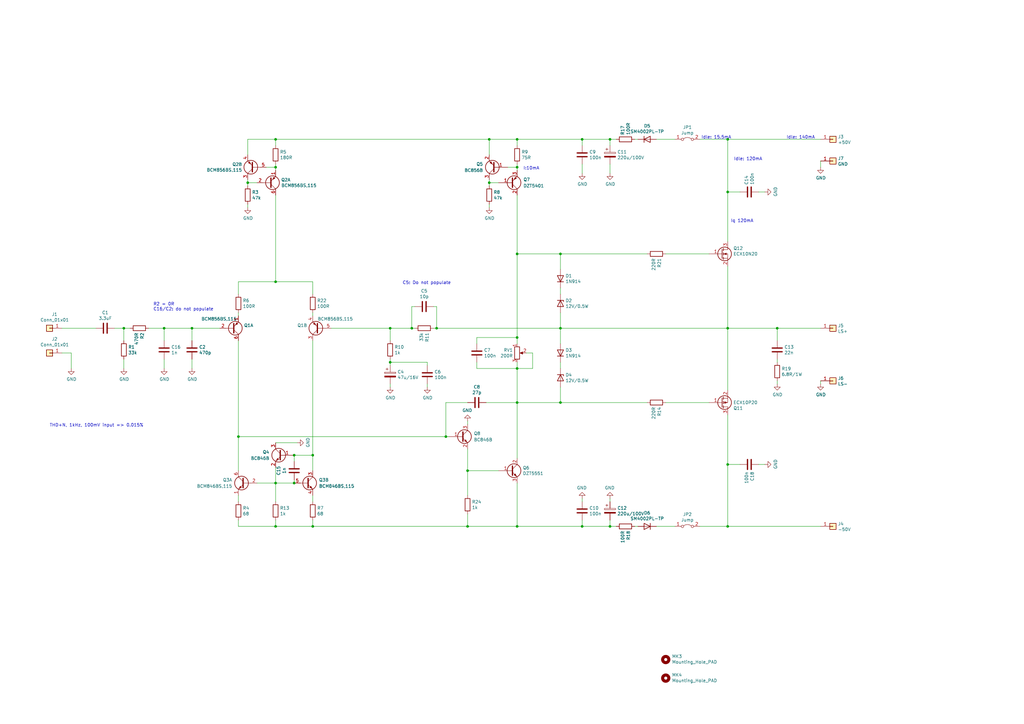
<source format=kicad_sch>
(kicad_sch (version 20211123) (generator eeschema)
  (paper "A3")
  (title_block (title "Lateral MOS FET 80W") (date "2022-04-15") (rev "V4b"))
  (lib_symbols
    (symbol "Connector_Generic:Conn_01x01" (pin_names (offset 1.016) hide)
      (property "Reference" "J" (at 0 2.54 0))
      (property "Value" "Conn_01x01" (at 0 -2.54 0))
      (symbol "Conn_01x01_1_1"
        (rectangle (start -1.27 0.127) (end 0 -0.127) (stroke (width 0.1524)))
        (rectangle (start -1.27 1.27) (end 1.27 -1.27) (stroke (width 0.254)) (fill (type background)))
        (pin passive line (at -5.08 0 0) (length 3.81) (name "Pin_1") (number "1"))
      )
    )
    (symbol "Device:C" (pin_numbers hide) (pin_names (offset 0.254))
      (property "Reference" "C" (at 0.635 2.54 0))
      (property "Value" "C" (at 0.635 -2.54 0))
      (symbol "C_0_1"
        (polyline (pts (xy -2.032 -0.762) (xy 2.032 -0.762)) (stroke (width 0.508)))
        (polyline (pts (xy -2.032 0.762) (xy 2.032 0.762)) (stroke (width 0.508)))
      )
      (symbol "C_1_1"
        (pin passive line (at 0 3.81 270) (length 2.794) (name "~") (number "1"))
        (pin passive line (at 0 -3.81 90) (length 2.794) (name "~") (number "2"))
      )
    )
    (symbol "Device:CP" (pin_numbers hide) (pin_names (offset 0.254))
      (property "Reference" "C" (at 0.635 2.54 0))
      (property "Value" "Device_CP" (at 0.635 -2.54 0))
      (symbol "CP_0_1"
        (rectangle (start -2.286 0.508) (end 2.286 1.016))
        (polyline (pts (xy -1.778 2.286) (xy -0.762 2.286)))
        (polyline (pts (xy -1.27 2.794) (xy -1.27 1.778)))
        (rectangle (start 2.286 -0.508) (end -2.286 -1.016) (fill (type outline)))
      )
      (symbol "CP_1_1"
        (pin passive line (at 0 3.81 270) (length 2.794) (name "~") (number "1"))
        (pin passive line (at 0 -3.81 90) (length 2.794) (name "~") (number "2"))
      )
    )
    (symbol "Device:R" (pin_numbers hide) (pin_names (offset 0))
      (property "Reference" "R" (at 2.032 0 90))
      (property "Value" "R" (at 0 0 90))
      (symbol "R_0_1"
        (rectangle (start -1.016 -2.54) (end 1.016 2.54) (stroke (width 0.254)))
      )
      (symbol "R_1_1"
        (pin passive line (at 0 3.81 270) (length 1.27) (name "~") (number "1"))
        (pin passive line (at 0 -3.81 90) (length 1.27) (name "~") (number "2"))
      )
    )
    (symbol "Device:R_POT" (pin_names (offset 1.016) hide)
      (property "Reference" "RV" (at -4.445 0 90))
      (property "Value" "Device_R_POT" (at -2.54 0 90))
      (symbol "R_POT_0_1"
        (polyline (pts (xy 2.54 0) (xy 1.524 0)))
        (polyline (pts (xy 1.143 0) (xy 2.286 0.508) (xy 2.286 -0.508) (xy 1.143 0)) (fill (type outline)))
        (rectangle (start 1.016 2.54) (end -1.016 -2.54) (stroke (width 0.254)))
      )
      (symbol "R_POT_1_1"
        (pin passive line (at 0 3.81 270) (length 1.27) (name "1") (number "1"))
        (pin passive line (at 3.81 0 180) (length 1.27) (name "2") (number "2"))
        (pin passive line (at 0 -3.81 90) (length 1.27) (name "3") (number "3"))
      )
    )
    (symbol "Diode:1N4002" (pin_numbers hide) (pin_names (offset 1.016) hide)
      (property "Reference" "D" (at 0 2.54 0))
      (property "Value" "1N4002" (at 0 -2.54 0))
      (symbol "1N4002_0_1"
        (polyline (pts (xy -1.27 1.27) (xy -1.27 -1.27)) (stroke (width 0.254)))
        (polyline (pts (xy 1.27 0) (xy -1.27 0)))
        (polyline (pts (xy 1.27 1.27) (xy 1.27 -1.27) (xy -1.27 0) (xy 1.27 1.27)) (stroke (width 0.254)))
      )
      (symbol "1N4002_1_1"
        (pin passive line (at -3.81 0 0) (length 2.54) (name "K") (number "1"))
        (pin passive line (at 3.81 0 180) (length 2.54) (name "A") (number "2"))
      )
    )
    (symbol "Diode:1N4148" (pin_numbers hide) (pin_names (offset 1.016) hide)
      (property "Reference" "D" (at 0 2.54 0))
      (property "Value" "1N4148" (at 0 -2.54 0))
      (symbol "1N4148_0_1"
        (polyline (pts (xy -1.27 1.27) (xy -1.27 -1.27)) (stroke (width 0.254)))
        (polyline (pts (xy 1.27 0) (xy -1.27 0)))
        (polyline (pts (xy 1.27 1.27) (xy 1.27 -1.27) (xy -1.27 0) (xy 1.27 1.27)) (stroke (width 0.254)))
      )
      (symbol "1N4148_1_1"
        (pin passive line (at -3.81 0 0) (length 2.54) (name "K") (number "1"))
        (pin passive line (at 3.81 0 180) (length 2.54) (name "A") (number "2"))
      )
    )
    (symbol "Diode:ZPDxx" (pin_numbers hide) (pin_names (offset 1.016) hide)
      (property "Reference" "D" (at 0 2.54 0))
      (property "Value" "ZPDxx" (at 0 -2.54 0))
      (symbol "ZPDxx_0_1"
        (polyline (pts (xy 1.27 0) (xy -1.27 0)))
        (polyline (pts (xy -1.27 -1.27) (xy -1.27 1.27) (xy -0.762 1.27)) (stroke (width 0.254)))
        (polyline (pts (xy 1.27 -1.27) (xy 1.27 1.27) (xy -1.27 0) (xy 1.27 -1.27)) (stroke (width 0.254)))
      )
      (symbol "ZPDxx_1_1"
        (pin passive line (at -3.81 0 0) (length 2.54) (name "K") (number "1"))
        (pin passive line (at 3.81 0 180) (length 2.54) (name "A") (number "2"))
      )
    )
    (symbol "Jumper:Jumper_2_Bridged" (pin_names (offset 0) hide)
      (property "Reference" "JP" (at 0 1.905 0))
      (property "Value" "Jumper_2_Bridged" (at 0 -2.54 0))
      (symbol "Jumper_2_Bridged_0_0"
        (circle (center -2.032 0) (radius 0.508))
        (circle (center 2.032 0) (radius 0.508))
      )
      (symbol "Jumper_2_Bridged_0_1"
        (arc (start 1.524 0.254) (mid 0 0.762) (end -1.524 0.254))
      )
      (symbol "Jumper_2_Bridged_1_1"
        (pin passive line (at -5.08 0 0) (length 2.54) (name "A") (number "1"))
        (pin passive line (at 5.08 0 180) (length 2.54) (name "B") (number "2"))
      )
    )
    (symbol "Mechanical:MountingHole" (pin_names (offset 1.016))
      (property "Reference" "H" (at 0 5.08 0))
      (property "Value" "MountingHole" (at 0 3.175 0))
      (symbol "MountingHole_0_1"
        (circle (center 0 0) (radius 1.27) (stroke (width 1.27)))
      )
    )
    (symbol "Transistor_BJT:BC846" (pin_names (offset 0) hide)
      (property "Reference" "Q" (at 5.08 1.905 0))
      (property "Value" "BC846" (at 5.08 0 0))
      (symbol "BC846_0_1"
        (polyline (pts (xy 0.635 0.635) (xy 2.54 2.54)))
        (polyline (pts (xy 0.635 -0.635) (xy 2.54 -2.54) (xy 2.54 -2.54)))
        (polyline (pts (xy 0.635 1.905) (xy 0.635 -1.905) (xy 0.635 -1.905)) (stroke (width 0.508)))
        (polyline (pts (xy 1.27 -1.778) (xy 1.778 -1.27) (xy 2.286 -2.286) (xy 1.27 -1.778) (xy 1.27 -1.778)) (fill (type outline)))
        (circle (center 1.27 0) (radius 2.8194) (stroke (width 0.254)))
      )
      (symbol "BC846_1_1"
        (pin input line (at -5.08 0 0) (length 5.715) (name "B") (number "1"))
        (pin passive line (at 2.54 -5.08 90) (length 2.54) (name "E") (number "2"))
        (pin passive line (at 2.54 5.08 270) (length 2.54) (name "C") (number "3"))
      )
    )
    (symbol "Transistor_BJT:BC846BDW1" (pin_names (offset 0) hide)
      (property "Reference" "Q" (at 5.08 1.27 0))
      (property "Value" "BC846BDW1" (at 5.08 -1.27 0))
      (symbol "BC846BDW1_0_1"
        (polyline (pts (xy 0.635 0) (xy -2.54 0)))
        (polyline (pts (xy 0.635 0.635) (xy 2.54 2.54)))
        (polyline (pts (xy 0.635 -0.635) (xy 2.54 -2.54) (xy 2.54 -2.54)))
        (polyline (pts (xy 0.635 1.905) (xy 0.635 -1.905) (xy 0.635 -1.905)) (stroke (width 0.508)))
        (polyline (pts (xy 1.27 -1.778) (xy 1.778 -1.27) (xy 2.286 -2.286) (xy 1.27 -1.778) (xy 1.27 -1.778)) (fill (type outline)))
        (circle (center 1.27 0) (radius 2.8194) (stroke (width 0.254)))
      )
      (symbol "BC846BDW1_1_1"
        (pin passive line (at 2.54 -5.08 90) (length 2.54) (name "E1") (number "1"))
        (pin input line (at -5.08 0 0) (length 2.54) (name "B1") (number "2"))
        (pin passive line (at 2.54 5.08 270) (length 2.54) (name "C1") (number "6"))
      )
      (symbol "BC846BDW1_2_1"
        (pin passive line (at 2.54 5.08 270) (length 2.54) (name "C2") (number "3"))
        (pin passive line (at 2.54 -5.08 90) (length 2.54) (name "E2") (number "4"))
        (pin input line (at -5.08 0 0) (length 2.54) (name "B2") (number "5"))
      )
    )
    (symbol "Transistor_BJT:BC856" (pin_names (offset 0) hide)
      (property "Reference" "Q" (at 5.08 1.905 0))
      (property "Value" "BC856" (at 5.08 0 0))
      (symbol "BC856_0_1"
        (polyline (pts (xy 0.635 0.635) (xy 2.54 2.54)))
        (polyline (pts (xy 0.635 -0.635) (xy 2.54 -2.54) (xy 2.54 -2.54)))
        (polyline (pts (xy 0.635 1.905) (xy 0.635 -1.905) (xy 0.635 -1.905)) (stroke (width 0.508)))
        (polyline (pts (xy 2.286 -1.778) (xy 1.778 -2.286) (xy 1.27 -1.27) (xy 2.286 -1.778) (xy 2.286 -1.778)) (fill (type outline)))
        (circle (center 1.27 0) (radius 2.8194) (stroke (width 0.254)))
      )
      (symbol "BC856_1_1"
        (pin input line (at -5.08 0 0) (length 5.715) (name "B") (number "1"))
        (pin passive line (at 2.54 -5.08 90) (length 2.54) (name "E") (number "2"))
        (pin passive line (at 2.54 5.08 270) (length 2.54) (name "C") (number "3"))
      )
    )
    (symbol "Transistor_BJT:BC856BS" (pin_names (offset 0) hide)
      (property "Reference" "Q" (at 5.08 1.27 0))
      (property "Value" "BC856BS" (at 5.08 -1.27 0))
      (symbol "BC856BS_0_1"
        (polyline (pts (xy 0.635 0) (xy -2.54 0)))
        (polyline (pts (xy 0.635 0.635) (xy 2.54 2.54)))
        (polyline (pts (xy 0.635 -0.635) (xy 2.54 -2.54) (xy 2.54 -2.54)))
        (polyline (pts (xy 0.635 1.905) (xy 0.635 -1.905) (xy 0.635 -1.905)) (stroke (width 0.508)))
        (polyline (pts (xy 2.286 -1.778) (xy 1.778 -2.286) (xy 1.27 -1.27) (xy 2.286 -1.778) (xy 2.286 -1.778)) (fill (type outline)))
        (circle (center 1.27 0) (radius 2.8194) (stroke (width 0.254)))
      )
      (symbol "BC856BS_1_1"
        (pin passive line (at 2.54 -5.08 90) (length 2.54) (name "E1") (number "1"))
        (pin input line (at -5.08 0 0) (length 2.54) (name "B1") (number "2"))
        (pin passive line (at 2.54 5.08 270) (length 2.54) (name "C1") (number "6"))
      )
      (symbol "BC856BS_2_1"
        (pin passive line (at 2.54 5.08 270) (length 2.54) (name "C2") (number "3"))
        (pin passive line (at 2.54 -5.08 90) (length 2.54) (name "E2") (number "4"))
        (pin input line (at -5.08 0 0) (length 2.54) (name "B2") (number "5"))
      )
    )
    (symbol "kicad-snk:DZT5401" (pin_names (offset 0) hide)
      (property "Reference" "Q" (at 5.08 1.905 0))
      (property "Value" "DZT5401" (at 5.08 0 0))
      (symbol "DZT5401_0_1"
        (polyline (pts (xy 0.635 0.635) (xy 2.54 2.54)))
        (polyline (pts (xy 0.635 -0.635) (xy 2.54 -2.54) (xy 2.54 -2.54)))
        (polyline (pts (xy 0.635 1.905) (xy 0.635 -1.905) (xy 0.635 -1.905)) (stroke (width 0.508)))
        (polyline (pts (xy 2.286 -1.778) (xy 1.778 -2.286) (xy 1.27 -1.27) (xy 2.286 -1.778) (xy 2.286 -1.778)) (fill (type outline)))
        (circle (center 1.27 0) (radius 2.8194) (stroke (width 0.254)))
      )
      (symbol "DZT5401_1_1"
        (pin input line (at -5.08 0 0) (length 5.715) (name "B") (number "1"))
        (pin passive line (at 2.54 5.08 270) (length 2.54) (name "C") (number "2"))
        (pin passive line (at 2.54 -5.08 90) (length 2.54) (name "E") (number "3"))
      )
    )
    (symbol "kicad-snk:DZT5551" (pin_names (offset 0) hide)
      (property "Reference" "Q" (at 5.08 1.905 0))
      (property "Value" "kicad-snk_DZT5551" (at 5.08 0 0))
      (symbol "DZT5551_0_1"
        (polyline (pts (xy 0.635 0.635) (xy 2.54 2.54)))
        (polyline (pts (xy 0.635 -0.635) (xy 2.54 -2.54) (xy 2.54 -2.54)))
        (polyline (pts (xy 0.635 1.905) (xy 0.635 -1.905) (xy 0.635 -1.905)) (stroke (width 0.508)))
        (polyline (pts (xy 1.27 -1.778) (xy 1.778 -1.27) (xy 2.286 -2.286) (xy 1.27 -1.778) (xy 1.27 -1.778)) (fill (type outline)))
        (circle (center 1.27 0) (radius 2.8194) (stroke (width 0.254)))
      )
      (symbol "DZT5551_1_1"
        (pin input line (at -5.08 0 0) (length 5.715) (name "B") (number "1"))
        (pin passive line (at 2.54 5.08 270) (length 2.54) (name "C") (number "2"))
        (pin passive line (at 2.54 -5.08 90) (length 2.54) (name "E") (number "3"))
      )
    )
    (symbol "kicad-snk:Q_NMOS_GSD" (pin_names (offset 0) hide)
      (property "Reference" "Q" (at 7.62 1.27 0))
      (property "Value" "kicad-snk_Q_NMOS_GSD" (at 16.51 -1.27 0))
      (symbol "Q_NMOS_GSD_0_1"
        (polyline (pts (xy 0.762 -1.778) (xy 2.54 -1.778)))
        (polyline (pts (xy 0.762 -1.27) (xy 0.762 -2.286)) (stroke (width 0.254)))
        (polyline (pts (xy 0.762 0) (xy 2.54 0)))
        (polyline (pts (xy 0.762 0.508) (xy 0.762 -0.508)) (stroke (width 0.254)))
        (polyline (pts (xy 0.762 1.778) (xy 2.54 1.778)))
        (polyline (pts (xy 0.762 2.286) (xy 0.762 1.27)) (stroke (width 0.254)))
        (polyline (pts (xy 2.54 -1.778) (xy 2.54 -2.54)))
        (polyline (pts (xy 2.54 -1.778) (xy 2.54 0)))
        (polyline (pts (xy 2.54 2.54) (xy 2.54 1.778)))
        (polyline (pts (xy 0.254 1.905) (xy 0.254 -1.905) (xy 0.254 -1.905)) (stroke (width 0.254)))
        (polyline (pts (xy 1.016 0) (xy 2.032 0.381) (xy 2.032 -0.381) (xy 1.016 0)) (fill (type outline)))
        (circle (center 1.27 0) (radius 2.8194) (stroke (width 0.254)))
      )
      (symbol "Q_NMOS_GSD_1_1"
        (pin input line (at -5.08 0 0) (length 5.334) (name "G") (number "1"))
        (pin passive line (at 2.54 -5.08 90) (length 2.54) (name "S") (number "2"))
        (pin passive line (at 2.54 5.08 270) (length 2.54) (name "D") (number "3"))
      )
    )
    (symbol "kicad-snk:Q_PMOS_GSD" (pin_names (offset 0) hide)
      (property "Reference" "Q" (at 7.62 1.27 0))
      (property "Value" "kicad-snk_Q_PMOS_GSD" (at 16.51 -1.27 0))
      (symbol "Q_PMOS_GSD_0_1"
        (polyline (pts (xy 0.762 -1.778) (xy 2.54 -1.778)))
        (polyline (pts (xy 0.762 -1.27) (xy 0.762 -2.286)) (stroke (width 0.254)))
        (polyline (pts (xy 0.762 0) (xy 2.54 0)))
        (polyline (pts (xy 0.762 0.508) (xy 0.762 -0.508)) (stroke (width 0.254)))
        (polyline (pts (xy 0.762 1.778) (xy 2.54 1.778)))
        (polyline (pts (xy 0.762 2.286) (xy 0.762 1.27)) (stroke (width 0.254)))
        (polyline (pts (xy 2.54 -1.778) (xy 2.54 -2.54)))
        (polyline (pts (xy 2.54 -1.778) (xy 2.54 0)))
        (polyline (pts (xy 2.54 2.54) (xy 2.54 1.778)))
        (polyline (pts (xy 0.254 1.905) (xy 0.254 -1.905) (xy 0.254 -1.905)) (stroke (width 0.254)))
        (polyline (pts (xy 2.286 0) (xy 1.27 -0.381) (xy 1.27 0.381) (xy 2.286 0)) (fill (type outline)))
        (circle (center 1.27 0) (radius 2.8194) (stroke (width 0.254)))
      )
      (symbol "Q_PMOS_GSD_1_1"
        (pin input line (at -5.08 0 0) (length 5.334) (name "G") (number "1"))
        (pin passive line (at 2.54 -5.08 90) (length 2.54) (name "D") (number "2"))
        (pin passive line (at 2.54 5.08 270) (length 2.54) (name "S") (number "3"))
      )
    )
    (symbol "power:GND" (power) (pin_names (offset 0))
      (property "Value" "GND" (at 0 -3.81 0))
      (symbol "GND_0_1"
        (polyline (pts (xy 0 0) (xy 0 -1.27) (xy 1.27 -1.27) (xy 0 -2.54) (xy -1.27 -1.27) (xy 0 -1.27)))
      )
      (symbol "GND_1_1"
        (pin power_in line (at 0 0 270) (length 0) hide (name "GND") (number "1"))
      )
    )
  )
  (junction (at 229.87 165.1))
  (junction (at 191.77 215.9))
  (junction (at 212.09 68.58))
  (junction (at 229.87 104.14))
  (junction (at 212.09 165.1))
  (junction (at 229.87 134.62))
  (junction (at 78.74 134.62))
  (junction (at 191.77 193.04))
  (junction (at 67.31 134.62))
  (junction (at 318.77 134.62))
  (junction (at 97.79 179.07))
  (junction (at 200.66 74.93))
  (junction (at 113.03 215.9))
  (junction (at 212.09 215.9))
  (junction (at 113.03 115.57))
  (junction (at 200.66 57.15))
  (junction (at 50.8 134.62))
  (junction (at 212.09 138.43))
  (junction (at 113.03 57.15))
  (junction (at 212.09 151.13))
  (junction (at 128.27 186.69))
  (junction (at 238.76 57.15))
  (junction (at 238.76 215.9))
  (junction (at 298.45 190.5))
  (junction (at 250.19 57.15))
  (junction (at 160.02 134.62))
  (junction (at 113.03 198.12))
  (junction (at 128.27 215.9))
  (junction (at 179.07 134.62))
  (junction (at 120.65 198.12))
  (junction (at 168.91 134.62))
  (junction (at 298.45 134.62))
  (junction (at 113.03 68.58))
  (junction (at 212.09 57.15))
  (junction (at 182.88 179.07))
  (junction (at 298.45 57.15))
  (junction (at 212.09 104.14))
  (junction (at 101.6 74.93))
  (junction (at 160.02 148.59))
  (junction (at 250.19 215.9))
  (junction (at 298.45 78.74))
  (junction (at 298.45 215.9))
  (junction (at 120.65 186.69))
  (wire (pts (xy 212.09 68.58) (xy 212.09 69.85)))
  (wire (pts (xy 29.21 144.78) (xy 25.4 144.78)))
  (wire (pts (xy 200.66 73.66) (xy 200.66 74.93)))
  (wire (pts (xy 128.27 115.57) (xy 113.03 115.57)))
  (wire (pts (xy 218.44 151.13) (xy 218.44 144.78)))
  (wire (pts (xy 120.65 186.69) (xy 128.27 186.69)))
  (wire (pts (xy 168.91 125.73) (xy 168.91 134.62)))
  (wire (pts (xy 175.26 148.59) (xy 160.02 148.59)))
  (wire (pts (xy 105.41 198.12) (xy 113.03 198.12)))
  (wire (pts (xy 298.45 215.9) (xy 298.45 190.5)))
  (wire (pts (xy 212.09 165.1) (xy 229.87 165.1)))
  (wire (pts (xy 113.03 57.15) (xy 200.66 57.15)))
  (wire (pts (xy 170.18 125.73) (xy 168.91 125.73)))
  (wire (pts (xy 200.66 57.15) (xy 200.66 63.5)))
  (wire (pts (xy 175.26 149.86) (xy 175.26 148.59)))
  (wire (pts (xy 212.09 57.15) (xy 238.76 57.15)))
  (wire (pts (xy 229.87 110.49) (xy 229.87 104.14)))
  (wire (pts (xy 113.03 198.12) (xy 120.65 198.12)))
  (wire (pts (xy 128.27 186.69) (xy 128.27 193.04)))
  (wire (pts (xy 191.77 184.15) (xy 191.77 193.04)))
  (wire (pts (xy 238.76 57.15) (xy 238.76 59.69)))
  (wire (pts (xy 113.03 115.57) (xy 97.79 115.57)))
  (wire (pts (xy 200.66 57.15) (xy 212.09 57.15)))
  (wire (pts (xy 25.4 134.62) (xy 39.37 134.62)))
  (wire (pts (xy 109.22 68.58) (xy 113.03 68.58)))
  (wire (pts (xy 229.87 128.27) (xy 229.87 134.62)))
  (wire (pts (xy 238.76 67.31) (xy 238.76 71.12)))
  (wire (pts (xy 303.53 78.74) (xy 298.45 78.74)))
  (wire (pts (xy 303.53 190.5) (xy 298.45 190.5)))
  (wire (pts (xy 212.09 215.9) (xy 238.76 215.9)))
  (wire (pts (xy 101.6 74.93) (xy 105.41 74.93)))
  (wire (pts (xy 191.77 172.72) (xy 191.77 173.99)))
  (wire (pts (xy 250.19 57.15) (xy 250.19 59.69)))
  (wire (pts (xy 298.45 99.06) (xy 298.45 78.74)))
  (wire (pts (xy 113.03 181.61) (xy 121.92 181.61)))
  (wire (pts (xy 200.66 74.93) (xy 200.66 76.2)))
  (wire (pts (xy 160.02 148.59) (xy 160.02 147.32)))
  (wire (pts (xy 212.09 151.13) (xy 218.44 151.13)))
  (wire (pts (xy 200.66 74.93) (xy 204.47 74.93)))
  (wire (pts (xy 78.74 134.62) (xy 90.17 134.62)))
  (wire (pts (xy 182.88 179.07) (xy 184.15 179.07)))
  (wire (pts (xy 298.45 109.22) (xy 298.45 134.62)))
  (wire (pts (xy 97.79 139.7) (xy 97.79 179.07)))
  (wire (pts (xy 212.09 138.43) (xy 212.09 140.97)))
  (wire (pts (xy 261.62 57.15) (xy 260.35 57.15)))
  (wire (pts (xy 78.74 139.7) (xy 78.74 134.62)))
  (wire (pts (xy 191.77 215.9) (xy 212.09 215.9)))
  (wire (pts (xy 273.05 165.1) (xy 290.83 165.1)))
  (wire (pts (xy 128.27 215.9) (xy 191.77 215.9)))
  (wire (pts (xy 212.09 151.13) (xy 212.09 165.1)))
  (wire (pts (xy 182.88 165.1) (xy 182.88 179.07)))
  (wire (pts (xy 229.87 158.75) (xy 229.87 165.1)))
  (wire (pts (xy 212.09 57.15) (xy 212.09 59.69)))
  (wire (pts (xy 212.09 165.1) (xy 212.09 187.96)))
  (wire (pts (xy 191.77 165.1) (xy 182.88 165.1)))
  (wire (pts (xy 128.27 139.7) (xy 128.27 186.69)))
  (wire (pts (xy 128.27 128.27) (xy 128.27 129.54)))
  (wire (pts (xy 113.03 213.36) (xy 113.03 215.9)))
  (wire (pts (xy 336.55 66.04) (xy 336.55 68.58)))
  (wire (pts (xy 67.31 134.62) (xy 67.31 139.7)))
  (wire (pts (xy 101.6 73.66) (xy 101.6 74.93)))
  (wire (pts (xy 113.03 57.15) (xy 101.6 57.15)))
  (wire (pts (xy 298.45 78.74) (xy 298.45 57.15)))
  (wire (pts (xy 101.6 57.15) (xy 101.6 63.5)))
  (wire (pts (xy 208.28 68.58) (xy 212.09 68.58)))
  (wire (pts (xy 200.66 83.82) (xy 200.66 85.09)))
  (wire (pts (xy 298.45 170.18) (xy 298.45 190.5)))
  (wire (pts (xy 229.87 104.14) (xy 265.43 104.14)))
  (wire (pts (xy 318.77 139.7) (xy 318.77 134.62)))
  (wire (pts (xy 78.74 151.13) (xy 78.74 147.32)))
  (wire (pts (xy 287.02 57.15) (xy 298.45 57.15)))
  (wire (pts (xy 50.8 151.13) (xy 50.8 147.32)))
  (wire (pts (xy 128.27 203.2) (xy 128.27 205.74)))
  (wire (pts (xy 318.77 157.48) (xy 318.77 156.21)))
  (wire (pts (xy 97.79 128.27) (xy 97.79 129.54)))
  (wire (pts (xy 212.09 198.12) (xy 212.09 215.9)))
  (wire (pts (xy 195.58 140.97) (xy 195.58 138.43)))
  (wire (pts (xy 67.31 134.62) (xy 78.74 134.62)))
  (wire (pts (xy 273.05 104.14) (xy 290.83 104.14)))
  (wire (pts (xy 313.69 78.74) (xy 311.15 78.74)))
  (wire (pts (xy 113.03 191.77) (xy 113.03 198.12)))
  (wire (pts (xy 97.79 213.36) (xy 97.79 215.9)))
  (wire (pts (xy 250.19 215.9) (xy 238.76 215.9)))
  (wire (pts (xy 179.07 134.62) (xy 179.07 125.73)))
  (wire (pts (xy 250.19 213.36) (xy 250.19 215.9)))
  (wire (pts (xy 113.03 57.15) (xy 113.03 59.69)))
  (wire (pts (xy 269.24 215.9) (xy 276.86 215.9)))
  (wire (pts (xy 160.02 134.62) (xy 160.02 139.7)))
  (wire (pts (xy 318.77 148.59) (xy 318.77 147.32)))
  (wire (pts (xy 212.09 148.59) (xy 212.09 151.13)))
  (wire (pts (xy 101.6 83.82) (xy 101.6 85.09)))
  (wire (pts (xy 160.02 149.86) (xy 160.02 148.59)))
  (wire (pts (xy 175.26 158.75) (xy 175.26 157.48)))
  (wire (pts (xy 298.45 57.15) (xy 336.55 57.15)))
  (wire (pts (xy 50.8 139.7) (xy 50.8 134.62)))
  (wire (pts (xy 128.27 115.57) (xy 128.27 120.65)))
  (wire (pts (xy 336.55 134.62) (xy 318.77 134.62)))
  (wire (pts (xy 252.73 57.15) (xy 250.19 57.15)))
  (wire (pts (xy 191.77 193.04) (xy 204.47 193.04)))
  (wire (pts (xy 195.58 148.59) (xy 195.58 151.13)))
  (wire (pts (xy 199.39 165.1) (xy 212.09 165.1)))
  (wire (pts (xy 179.07 134.62) (xy 229.87 134.62)))
  (wire (pts (xy 128.27 213.36) (xy 128.27 215.9)))
  (wire (pts (xy 250.19 67.31) (xy 250.19 71.12)))
  (wire (pts (xy 97.79 115.57) (xy 97.79 120.65)))
  (wire (pts (xy 318.77 134.62) (xy 298.45 134.62)))
  (wire (pts (xy 46.99 134.62) (xy 50.8 134.62)))
  (wire (pts (xy 113.03 215.9) (xy 128.27 215.9)))
  (wire (pts (xy 229.87 151.13) (xy 229.87 148.59)))
  (wire (pts (xy 212.09 67.31) (xy 212.09 68.58)))
  (wire (pts (xy 67.31 147.32) (xy 67.31 151.13)))
  (wire (pts (xy 97.79 203.2) (xy 97.79 205.74)))
  (wire (pts (xy 113.03 198.12) (xy 113.03 205.74)))
  (wire (pts (xy 238.76 205.74) (xy 238.76 204.47)))
  (wire (pts (xy 191.77 210.82) (xy 191.77 215.9)))
  (wire (pts (xy 120.65 196.85) (xy 120.65 198.12)))
  (wire (pts (xy 160.02 158.75) (xy 160.02 157.48)))
  (wire (pts (xy 60.96 134.62) (xy 67.31 134.62)))
  (wire (pts (xy 313.69 190.5) (xy 311.15 190.5)))
  (wire (pts (xy 195.58 151.13) (xy 212.09 151.13)))
  (wire (pts (xy 113.03 67.31) (xy 113.03 68.58)))
  (wire (pts (xy 113.03 80.01) (xy 113.03 115.57)))
  (wire (pts (xy 215.9 144.78) (xy 218.44 144.78)))
  (wire (pts (xy 212.09 80.01) (xy 212.09 104.14)))
  (wire (pts (xy 212.09 138.43) (xy 212.09 104.14)))
  (wire (pts (xy 229.87 165.1) (xy 265.43 165.1)))
  (wire (pts (xy 261.62 215.9) (xy 260.35 215.9)))
  (wire (pts (xy 298.45 215.9) (xy 336.55 215.9)))
  (wire (pts (xy 97.79 215.9) (xy 113.03 215.9)))
  (wire (pts (xy 250.19 204.47) (xy 250.19 205.74)))
  (wire (pts (xy 97.79 179.07) (xy 97.79 193.04)))
  (wire (pts (xy 212.09 104.14) (xy 229.87 104.14)))
  (wire (pts (xy 287.02 215.9) (xy 298.45 215.9)))
  (wire (pts (xy 120.65 186.69) (xy 120.65 189.23)))
  (wire (pts (xy 269.24 57.15) (xy 276.86 57.15)))
  (wire (pts (xy 229.87 140.97) (xy 229.87 134.62)))
  (wire (pts (xy 53.34 134.62) (xy 50.8 134.62)))
  (wire (pts (xy 29.21 151.13) (xy 29.21 144.78)))
  (wire (pts (xy 168.91 134.62) (xy 160.02 134.62)))
  (wire (pts (xy 177.8 134.62) (xy 179.07 134.62)))
  (wire (pts (xy 170.18 134.62) (xy 168.91 134.62)))
  (wire (pts (xy 179.07 125.73) (xy 177.8 125.73)))
  (wire (pts (xy 135.89 134.62) (xy 160.02 134.62)))
  (wire (pts (xy 101.6 74.93) (xy 101.6 76.2)))
  (wire (pts (xy 195.58 138.43) (xy 212.09 138.43)))
  (wire (pts (xy 113.03 68.58) (xy 113.03 69.85)))
  (wire (pts (xy 238.76 213.36) (xy 238.76 215.9)))
  (wire (pts (xy 229.87 134.62) (xy 298.45 134.62)))
  (wire (pts (xy 191.77 193.04) (xy 191.77 203.2)))
  (wire (pts (xy 229.87 120.65) (xy 229.87 118.11)))
  (wire (pts (xy 250.19 57.15) (xy 238.76 57.15)))
  (wire (pts (xy 252.73 215.9) (xy 250.19 215.9)))
  (wire (pts (xy 298.45 134.62) (xy 298.45 160.02)))
  (wire (pts (xy 336.55 157.48) (xy 336.55 156.21)))
  (wire (pts (xy 97.79 179.07) (xy 182.88 179.07)))
  (text "THD+N, 1kHz, 100mV input => 0.015%" (at 20.32 175.26 0) (effects (font (size 1.27 1.27)) (justify left bottom)))
  (text "Idle: 120mA" (at 300.99 66.04 0) (effects (font (size 1.27 1.27)) (justify left bottom)))
  (text "Iq 120mA" (at 299.72 91.44 0) (effects (font (size 1.27 1.27)) (justify left bottom)))
  (text "Idle: 15.5mA" (at 287.655 57.15 0) (effects (font (size 1.27 1.27)) (justify left bottom)))
  (text "Idle: 140mA" (at 322.58 57.15 0) (effects (font (size 1.27 1.27)) (justify left bottom)))
  (text "C5: Do not populate" (at 165.1 116.84 0) (effects (font (size 1.27 1.27)) (justify left bottom)))
  (text "I:10mA" (at 214.63 69.85 0) (effects (font (size 1.27 1.27)) (justify left bottom)))
  (text "R2 = 0R\nC16/C2: do not populate" (at 62.865 127.635 0) (effects (font (size 1.27 1.27)) (justify left bottom)))
  (symbol (lib_id "Device:R") (at 57.15 134.62 270) (unit 1)
    (property "Reference" "R2" (at 58.3184 136.398 0) (effects (justify left)))
    (property "Value" "470R" (at 56.007 136.398 0) (effects (justify left)))
    (property "Footprint" "Resistor_SMD:R_0805_2012Metric_Pad1.20x1.40mm_HandSolder" (effects hide))
  )
  (symbol (lib_id "Device:C") (at 78.74 143.51 0) (unit 1)
    (property "Reference" "C2" (at 81.661 142.3416 0) (effects (justify left)))
    (property "Value" "470p" (at 81.661 144.653 0) (effects (justify left)))
    (property "Footprint" "Capacitor_SMD:C_0805_2012Metric_Pad1.18x1.45mm_HandSolder" (effects hide))
  )
  (symbol (lib_id "Device:C") (at 43.18 134.62 270) (unit 1)
    (property "Reference" "C1" (at 43.18 128.2192 90))
    (property "Value" "3.3uF" (at 43.18 130.5306 90))
    (property "Footprint" "Capacitor_THT:C_Rect_L7.2mm_W7.2mm_P5.00mm_FKS2_FKP2_MKS2_MKP2" (effects hide))
  )
  (symbol (lib_id "power:GND") (at 50.8 151.13 0) (unit 1)
    (property "Reference" "#PWR0101" (effects hide))
    (property "Value" "GND" (at 50.927 155.5242 0))
  )
  (symbol (lib_id "Device:R") (at 50.8 143.51 0) (unit 1)
    (property "Reference" "R1" (at 52.578 142.3416 0) (effects (justify left)))
    (property "Value" "33k" (at 52.578 144.653 0) (effects (justify left)))
    (property "Footprint" "Resistor_SMD:R_0805_2012Metric_Pad1.20x1.40mm_HandSolder" (effects hide))
  )
  (symbol (lib_id "power:GND") (at 29.21 151.13 0) (unit 1)
    (property "Reference" "#PWR0102" (effects hide))
    (property "Value" "GND" (at 29.337 155.5242 0))
  )
  (symbol (lib_id "Connector_Generic:Conn_01x01") (at 20.32 134.62 180) (unit 1)
    (property "Reference" "J1" (at 22.4028 128.905 0))
    (property "Value" "Conn_01x01" (at 22.4028 131.2164 0))
    (property "Footprint" "Connector_Pin:Pin_D1.0mm_L10.0mm" (effects hide))
  )
  (symbol (lib_id "Connector_Generic:Conn_01x01") (at 20.32 144.78 180) (unit 1)
    (property "Reference" "J2" (at 22.4028 139.065 0))
    (property "Value" "Conn_01x01" (at 22.4028 141.3764 0))
    (property "Footprint" "Connector_Pin:Pin_D1.0mm_L10.0mm" (effects hide))
  )
  (symbol (lib_id "Device:R") (at 97.79 124.46 0) (unit 1)
    (property "Reference" "R6" (at 99.568 123.2916 0) (effects (justify left)))
    (property "Value" "100R" (at 99.568 125.603 0) (effects (justify left)))
    (property "Footprint" "Resistor_SMD:R_0805_2012Metric_Pad1.20x1.40mm_HandSolder" (effects hide))
  )
  (symbol (lib_id "Device:R") (at 101.6 80.01 0) (unit 1)
    (property "Reference" "R3" (at 103.378 78.8416 0) (effects (justify left)))
    (property "Value" "47k" (at 103.378 81.153 0) (effects (justify left)))
    (property "Footprint" "Resistor_SMD:R_0805_2012Metric_Pad1.20x1.40mm_HandSolder" (effects hide))
  )
  (symbol (lib_id "power:GND") (at 101.6 85.09 0) (unit 1)
    (property "Reference" "#PWR0103" (effects hide))
    (property "Value" "GND" (at 101.727 89.4842 0))
  )
  (symbol (lib_id "Device:R") (at 113.03 63.5 0) (unit 1)
    (property "Reference" "R5" (at 114.808 62.3316 0) (effects (justify left)))
    (property "Value" "180R" (at 114.808 64.643 0) (effects (justify left)))
    (property "Footprint" "Resistor_SMD:R_0805_2012Metric_Pad1.20x1.40mm_HandSolder" (effects hide))
  )
  (symbol (lib_id "Device:CP") (at 160.02 153.67 0) (unit 1)
    (property "Reference" "C4" (at 163.0172 152.5016 0) (effects (justify left)))
    (property "Value" "47u/16V" (at 163.0172 154.813 0) (effects (justify left)))
    (property "Footprint" "Capacitor_THT:CP_Radial_D5.0mm_P2.00mm" (effects hide))
  )
  (symbol (lib_id "Device:C") (at 175.26 153.67 0) (unit 1)
    (property "Reference" "C6" (at 178.181 152.5016 0) (effects (justify left)))
    (property "Value" "100n" (at 178.181 154.813 0) (effects (justify left)))
    (property "Footprint" "Capacitor_THT:C_Rect_L7.2mm_W2.5mm_P5.00mm_FKS2_FKP2_MKS2_MKP2" (effects hide))
  )
  (symbol (lib_id "Device:R") (at 160.02 143.51 0) (unit 1)
    (property "Reference" "R10" (at 161.798 142.3416 0) (effects (justify left)))
    (property "Value" "1k" (at 161.798 144.653 0) (effects (justify left)))
    (property "Footprint" "Resistor_SMD:R_0805_2012Metric_Pad1.20x1.40mm_HandSolder" (effects hide))
  )
  (symbol (lib_id "Device:R") (at 128.27 209.55 0) (unit 1)
    (property "Reference" "R7" (at 130.048 208.3816 0) (effects (justify left)))
    (property "Value" "68" (at 130.048 210.693 0) (effects (justify left)))
    (property "Footprint" "Resistor_SMD:R_0805_2012Metric_Pad1.20x1.40mm_HandSolder" (effects hide))
  )
  (symbol (lib_id "Device:R") (at 97.79 209.55 0) (unit 1)
    (property "Reference" "R4" (at 99.568 208.3816 0) (effects (justify left)))
    (property "Value" "68" (at 99.568 210.693 0) (effects (justify left)))
    (property "Footprint" "Resistor_SMD:R_0805_2012Metric_Pad1.20x1.40mm_HandSolder" (effects hide))
  )
  (symbol (lib_id "power:GND") (at 78.74 151.13 0) (unit 1)
    (property "Reference" "#PWR0104" (effects hide))
    (property "Value" "GND" (at 78.867 155.5242 0))
  )
  (symbol (lib_id "Device:R") (at 173.99 134.62 270) (unit 1)
    (property "Reference" "R11" (at 175.1584 136.398 0) (effects (justify left)))
    (property "Value" "33k" (at 172.847 136.398 0) (effects (justify left)))
    (property "Footprint" "Resistor_SMD:R_0805_2012Metric_Pad1.20x1.40mm_HandSolder" (effects hide))
  )
  (symbol (lib_id "Device:C") (at 173.99 125.73 270) (unit 1)
    (property "Reference" "C5" (at 173.99 119.3292 90))
    (property "Value" "10p" (at 173.99 121.6406 90))
    (property "Footprint" "Capacitor_SMD:C_0805_2012Metric_Pad1.18x1.45mm_HandSolder" (effects hide))
  )
  (symbol (lib_id "Connector_Generic:Conn_01x01") (at 341.63 57.15 0) (unit 1)
    (property "Reference" "J3" (at 343.662 56.0832 0) (effects (justify left)))
    (property "Value" "+50V" (at 343.662 58.3946 0) (effects (justify left)))
    (property "Footprint" "kicad-snk:TE-726386-2_Pitch5.08mm_Drill1.3mm" (effects hide))
  )
  (symbol (lib_id "Connector_Generic:Conn_01x01") (at 341.63 215.9 0) (unit 1)
    (property "Reference" "J4" (at 343.662 214.8332 0) (effects (justify left)))
    (property "Value" "-50V" (at 343.662 217.1446 0) (effects (justify left)))
    (property "Footprint" "kicad-snk:TE-726386-2_Pitch5.08mm_Drill1.3mm" (effects hide))
  )
  (symbol (lib_id "power:GND") (at 318.77 157.48 0) (unit 1)
    (property "Reference" "#PWR0109" (effects hide))
    (property "Value" "GND" (at 318.897 161.8742 0))
  )
  (symbol (lib_id "Connector_Generic:Conn_01x01") (at 341.63 156.21 0) (unit 1)
    (property "Reference" "J6" (at 343.662 155.1432 0) (effects (justify left)))
    (property "Value" "LS-" (at 343.662 157.4546 0) (effects (justify left)))
    (property "Footprint" "kicad-snk:TE-726386-2_Pitch5.08mm_Drill1.3mm" (effects hide))
  )
  (symbol (lib_id "Connector_Generic:Conn_01x01") (at 341.63 134.62 0) (unit 1)
    (property "Reference" "J5" (at 343.662 133.5532 0) (effects (justify left)))
    (property "Value" "LS+" (at 343.662 135.8646 0) (effects (justify left)))
    (property "Footprint" "kicad-snk:TE-726386-2_Pitch5.08mm_Drill1.3mm" (effects hide))
  )
  (symbol (lib_id "power:GND") (at 336.55 157.48 0) (unit 1)
    (property "Reference" "#PWR0110" (effects hide))
    (property "Value" "GND" (at 336.677 161.8742 0))
  )
  (symbol (lib_id "Device:R_POT") (at 212.09 144.78 0) (unit 1)
    (property "Reference" "RV1" (at 210.3374 143.6116 0) (effects (justify right)))
    (property "Value" "200R" (at 210.3374 145.923 0) (effects (justify right)))
    (property "Footprint" "Potentiometer_THT:Potentiometer_Bourns_3296W_Vertical" (effects hide))
  )
  (symbol (lib_id "Device:C") (at 195.58 144.78 180) (unit 1)
    (property "Reference" "C7" (at 198.501 143.6116 0) (effects (justify right)))
    (property "Value" "100n" (at 198.501 145.923 0) (effects (justify right)))
    (property "Footprint" "Capacitor_THT:C_Rect_L7.2mm_W2.5mm_P5.00mm_FKS2_FKP2_MKS2_MKP2" (effects hide))
  )
  (symbol (lib_id "Diode:1N4148") (at 229.87 114.3 90) (unit 1)
    (property "Reference" "D1" (at 231.902 113.1316 90) (effects (justify right)))
    (property "Value" "1N914" (at 231.902 115.443 90) (effects (justify right)))
    (property "Footprint" "Diode_SMD:D_SOD-123" (effects hide))
    (property "Datasheet" "https://assets.nexperia.com/documents/data-sheet/1N4148_1N4448.pdf" (effects hide))
  )
  (symbol (lib_id "Diode:ZPDxx") (at 229.87 124.46 270) (unit 1)
    (property "Reference" "D2" (at 231.902 123.2916 90) (effects (justify left)))
    (property "Value" "12V/0.5W" (at 231.902 125.603 90) (effects (justify left)))
    (property "Footprint" "Diode_SMD:D_SOD-123" (effects hide))
    (property "Datasheet" "http://diotec.com/tl_files/diotec/files/pdf/datasheets/zpd1" (effects hide))
  )
  (symbol (lib_id "Diode:1N4148") (at 229.87 144.78 90) (unit 1)
    (property "Reference" "D3" (at 231.902 143.6116 90) (effects (justify right)))
    (property "Value" "1N914" (at 231.902 145.923 90) (effects (justify right)))
    (property "Footprint" "Diode_SMD:D_SOD-123" (effects hide))
    (property "Datasheet" "https://assets.nexperia.com/documents/data-sheet/1N4148_1N4448.pdf" (effects hide))
  )
  (symbol (lib_id "Diode:ZPDxx") (at 229.87 154.94 270) (unit 1)
    (property "Reference" "D4" (at 231.902 153.7716 90) (effects (justify left)))
    (property "Value" "12V/0.5W" (at 231.902 156.083 90) (effects (justify left)))
    (property "Footprint" "Diode_SMD:D_SOD-123" (effects hide))
    (property "Datasheet" "http://diotec.com/tl_files/diotec/files/pdf/datasheets/zpd1" (effects hide))
  )
  (symbol (lib_id "Device:R") (at 269.24 165.1 270) (unit 1)
    (property "Reference" "R14" (at 270.4084 166.878 0) (effects (justify left)))
    (property "Value" "220R" (at 268.097 166.878 0) (effects (justify left)))
    (property "Footprint" "Resistor_SMD:R_0805_2012Metric_Pad1.20x1.40mm_HandSolder" (effects hide))
  )
  (symbol (lib_id "kicad-snk:Q_PMOS_GSD") (at 295.91 165.1 0) (mirror x) (unit 1)
    (property "Reference" "Q11" (at 300.7614 167.4114 0) (effects (justify left)))
    (property "Value" "ECX10P20" (at 300.7614 165.1 0) (effects (justify left)))
    (property "Footprint" "Package_TO_SOT_THT:TO-247-3_Horizontal_TabUp" (effects hide))
  )
  (symbol (lib_id "Connector_Generic:Conn_01x01") (at 341.63 66.04 0) (unit 1)
    (property "Reference" "J7" (at 343.662 64.9732 0) (effects (justify left)))
    (property "Value" "GND" (at 343.662 67.2846 0) (effects (justify left)))
    (property "Footprint" "kicad-snk:TE-726386-2_Pitch5.08mm_Drill1.3mm" (effects hide))
  )
  (symbol (lib_id "Device:R") (at 318.77 152.4 0) (unit 1)
    (property "Reference" "R19" (at 320.548 151.2316 0) (effects (justify left)))
    (property "Value" "6.8R/1W" (at 320.548 153.543 0) (effects (justify left)))
    (property "Footprint" "Resistor_SMD:R_MELF_MMB-0207" (effects hide))
  )
  (symbol (lib_id "power:GND") (at 336.55 68.58 0) (unit 1)
    (property "Reference" "#PWR0111" (effects hide))
    (property "Value" "GND" (at 336.677 72.9742 0))
  )
  (symbol (lib_id "Device:C") (at 318.77 143.51 0) (unit 1)
    (property "Reference" "C13" (at 321.691 142.3416 0) (effects (justify left)))
    (property "Value" "22n" (at 321.691 144.653 0) (effects (justify left)))
    (property "Footprint" "Capacitor_THT:C_Rect_L7.2mm_W2.5mm_P5.00mm_FKS2_FKP2_MKS2_MKP2" (effects hide))
  )
  (symbol (lib_id "Device:CP") (at 250.19 63.5 0) (unit 1)
    (property "Reference" "C11" (at 253.1872 62.3316 0) (effects (justify left)))
    (property "Value" "220u/100V" (at 253.1872 64.643 0) (effects (justify left)))
    (property "Footprint" "Capacitor_THT:CP_Radial_D12.5mm_P5.00mm" (effects hide))
  )
  (symbol (lib_id "Device:C") (at 238.76 63.5 0) (unit 1)
    (property "Reference" "C9" (at 241.681 62.3316 0) (effects (justify left)))
    (property "Value" "100n" (at 241.681 64.643 0) (effects (justify left)))
    (property "Footprint" "Capacitor_THT:C_Rect_L7.2mm_W2.5mm_P5.00mm_FKS2_FKP2_MKS2_MKP2" (effects hide))
  )
  (symbol (lib_id "Diode:1N4002") (at 265.43 57.15 0) (unit 1)
    (property "Reference" "D5" (at 265.43 51.6382 0))
    (property "Value" "SM4002PL-TP" (at 265.43 53.9496 0))
    (property "Footprint" "Diode_SMD:D_SOD-123F" (effects hide))
    (property "Datasheet" "http://www.vishay.com/docs/88503/1n4001.pdf" (effects hide))
  )
  (symbol (lib_id "Device:R") (at 256.54 57.15 90) (unit 1)
    (property "Reference" "R17" (at 255.3716 55.372 0) (effects (justify left)))
    (property "Value" "100R" (at 257.683 55.372 0) (effects (justify left)))
    (property "Footprint" "Resistor_SMD:R_0805_2012Metric_Pad1.20x1.40mm_HandSolder" (effects hide))
  )
  (symbol (lib_id "Device:CP") (at 250.19 209.55 0) (unit 1)
    (property "Reference" "C12" (at 253.1872 208.3816 0) (effects (justify left)))
    (property "Value" "220u/100V" (at 253.1872 210.693 0) (effects (justify left)))
    (property "Footprint" "Capacitor_THT:CP_Radial_D12.5mm_P5.00mm" (effects hide))
  )
  (symbol (lib_id "Device:C") (at 238.76 209.55 0) (unit 1)
    (property "Reference" "C10" (at 241.681 208.3816 0) (effects (justify left)))
    (property "Value" "100n" (at 241.681 210.693 0) (effects (justify left)))
    (property "Footprint" "Capacitor_THT:C_Rect_L7.2mm_W2.5mm_P5.00mm_FKS2_FKP2_MKS2_MKP2" (effects hide))
  )
  (symbol (lib_id "Mechanical:MountingHole") (at 273.05 270.51 0) (unit 1)
    (property "Reference" "MK3" (at 275.59 269.2146 0) (effects (justify left)))
    (property "Value" "Mounting_Hole_PAD" (at 275.59 271.526 0) (effects (justify left)))
    (property "Footprint" "MountingHole:MountingHole_3.2mm_M3_Pad_Via" (effects hide))
  )
  (symbol (lib_id "Mechanical:MountingHole") (at 273.05 278.13 0) (unit 1)
    (property "Reference" "MK4" (at 275.59 276.8346 0) (effects (justify left)))
    (property "Value" "Mounting_Hole_PAD" (at 275.59 279.146 0) (effects (justify left)))
    (property "Footprint" "MountingHole:MountingHole_3.2mm_M3_Pad_Via" (effects hide))
  )
  (symbol (lib_id "Device:R") (at 256.54 215.9 270) (unit 1)
    (property "Reference" "R18" (at 257.7084 217.678 0) (effects (justify left)))
    (property "Value" "100R" (at 255.397 217.678 0) (effects (justify left)))
    (property "Footprint" "Resistor_SMD:R_0805_2012Metric_Pad1.20x1.40mm_HandSolder" (effects hide))
  )
  (symbol (lib_id "Diode:1N4002") (at 265.43 215.9 180) (unit 1)
    (property "Reference" "D6" (at 265.43 210.3882 0))
    (property "Value" "SM4002PL-TP" (at 265.43 212.6996 0))
    (property "Footprint" "Diode_SMD:D_SOD-123F" (effects hide))
    (property "Datasheet" "http://www.vishay.com/docs/88503/1n4001.pdf" (effects hide))
  )
  (symbol (lib_id "power:GND") (at 238.76 71.12 0) (unit 1)
    (property "Reference" "#PWR0112" (effects hide))
    (property "Value" "GND" (at 238.887 75.5142 0))
  )
  (symbol (lib_id "power:GND") (at 250.19 71.12 0) (unit 1)
    (property "Reference" "#PWR0113" (effects hide))
    (property "Value" "GND" (at 250.317 75.5142 0))
  )
  (symbol (lib_id "Device:R") (at 269.24 104.14 270) (unit 1)
    (property "Reference" "R21" (at 270.4084 105.918 0) (effects (justify left)))
    (property "Value" "220R" (at 268.097 105.918 0) (effects (justify left)))
    (property "Footprint" "Resistor_SMD:R_0805_2012Metric_Pad1.20x1.40mm_HandSolder" (effects hide))
  )
  (symbol (lib_id "kicad-snk:Q_NMOS_GSD") (at 295.91 104.14 0) (unit 1)
    (property "Reference" "Q12" (at 300.7614 101.8286 0) (effects (justify left)))
    (property "Value" "ECX10N20" (at 300.7614 104.14 0) (effects (justify left)))
    (property "Footprint" "Package_TO_SOT_THT:TO-247-3_Horizontal_TabUp" (effects hide))
  )
  (symbol (lib_id "power:GND") (at 160.02 158.75 0) (unit 1)
    (property "Reference" "#PWR0105" (effects hide))
    (property "Value" "GND" (at 160.147 163.1442 0))
  )
  (symbol (lib_id "power:GND") (at 175.26 158.75 0) (unit 1)
    (property "Reference" "#PWR0106" (effects hide))
    (property "Value" "GND" (at 175.387 163.1442 0))
  )
  (symbol (lib_id "Device:C") (at 307.34 190.5 270) (unit 1)
    (property "Reference" "C18" (at 308.5084 193.421 0) (effects (justify left)))
    (property "Value" "100n" (at 306.197 193.421 0) (effects (justify left)))
    (property "Footprint" "Capacitor_THT:C_Rect_L7.2mm_W2.5mm_P5.00mm_FKS2_FKP2_MKS2_MKP2" (effects hide))
  )
  (symbol (lib_id "Device:C") (at 307.34 78.74 90) (unit 1)
    (property "Reference" "C14" (at 306.1716 75.819 0) (effects (justify left)))
    (property "Value" "100n" (at 308.483 75.819 0) (effects (justify left)))
    (property "Footprint" "Capacitor_THT:C_Rect_L7.2mm_W2.5mm_P5.00mm_FKS2_FKP2_MKS2_MKP2" (effects hide))
  )
  (symbol (lib_id "power:GND") (at 313.69 190.5 90) (unit 1)
    (property "Reference" "#PWR0114" (effects hide))
    (property "Value" "GND" (at 318.0842 190.373 0))
  )
  (symbol (lib_id "power:GND") (at 313.69 78.74 90) (unit 1)
    (property "Reference" "#PWR0115" (effects hide))
    (property "Value" "GND" (at 318.0842 78.613 0))
  )
  (symbol (lib_id "power:GND") (at 238.76 204.47 180) (unit 1)
    (property "Reference" "#PWR0107" (effects hide))
    (property "Value" "GND" (at 238.633 200.0758 0))
  )
  (symbol (lib_id "power:GND") (at 250.19 204.47 180) (unit 1)
    (property "Reference" "#PWR0108" (effects hide))
    (property "Value" "GND" (at 250.063 200.0758 0))
  )
  (symbol (lib_id "Transistor_BJT:BC856BS") (at 95.25 134.62 0) (mirror x) (unit 1)
    (property "Reference" "Q1" (at 100.076 133.4516 0) (effects (justify left)))
    (property "Value" "BCM856BS,115" (at 82.55 130.81 0) (effects (justify left)))
    (property "Footprint" "Package_TO_SOT_SMD:SOT-363_SC-70-6" (effects hide))
    (property "Datasheet" "https://assets.nexperia.com/documents/data-sheet/BC856BS.pdf" (effects hide))
  )
  (symbol (lib_id "Transistor_BJT:BC856BS") (at 130.81 134.62 180) (unit 2)
    (property "Reference" "Q1" (at 125.9586 133.4516 0) (effects (justify left)))
    (property "Value" "BCM856BS,115" (at 144.78 130.81 0) (effects (justify left)))
    (property "Footprint" "Package_TO_SOT_SMD:SOT-363_SC-70-6" (effects hide))
    (property "Datasheet" "https://assets.nexperia.com/documents/data-sheet/BC856BS.pdf" (effects hide))
  )
  (symbol (lib_id "Transistor_BJT:BC856BS") (at 110.49 74.93 0) (mirror x) (unit 1)
    (property "Reference" "Q2" (at 115.316 73.7616 0) (effects (justify left)))
    (property "Value" "BCM856BS,115" (at 115.316 76.073 0) (effects (justify left)))
    (property "Footprint" "Package_TO_SOT_SMD:SOT-363_SC-70-6" (effects hide))
    (property "Datasheet" "https://assets.nexperia.com/documents/data-sheet/BC856BS.pdf" (effects hide))
  )
  (symbol (lib_id "Transistor_BJT:BC856BS") (at 104.14 68.58 180) (unit 2)
    (property "Reference" "Q2" (at 99.2886 67.4116 0) (effects (justify left)))
    (property "Value" "BCM856BS,115" (at 99.2886 69.723 0) (effects (justify left)))
    (property "Footprint" "Package_TO_SOT_SMD:SOT-363_SC-70-6" (effects hide))
    (property "Datasheet" "https://assets.nexperia.com/documents/data-sheet/BC856BS.pdf" (effects hide))
  )
  (symbol (lib_id "kicad-snk:DZT5551") (at 209.55 193.04 0) (unit 1)
    (property "Reference" "Q6" (at 214.4014 191.8716 0) (effects (justify left)))
    (property "Value" "DZT5551" (at 214.4014 194.183 0) (effects (justify left)))
    (property "Footprint" "Package_TO_SOT_SMD:SOT-223-3_TabPin2" (effects hide))
    (property "Datasheet" "https://www.diodes.com/assets/Datasheets/ds31219.pdf" (effects hide))
  )
  (symbol (lib_id "Device:C") (at 195.58 165.1 270) (unit 1)
    (property "Reference" "C8" (at 195.58 158.6992 90))
    (property "Value" "27p" (at 195.58 161.0106 90))
    (property "Footprint" "Capacitor_SMD:C_0805_2012Metric_Pad1.18x1.45mm_HandSolder" (effects hide))
  )
  (symbol (lib_id "Device:R") (at 113.03 209.55 0) (unit 1)
    (property "Reference" "R13" (at 114.808 208.3816 0) (effects (justify left)))
    (property "Value" "1k" (at 114.808 210.693 0) (effects (justify left)))
    (property "Footprint" "Resistor_SMD:R_0805_2012Metric_Pad1.20x1.40mm_HandSolder" (effects hide))
  )
  (symbol (lib_id "kicad-snk:DZT5401") (at 209.55 74.93 0) (mirror x) (unit 1)
    (property "Reference" "Q7" (at 214.63 73.6599 0) (effects (justify left)))
    (property "Value" "DZT5401" (at 214.63 76.1999 0) (effects (justify left)))
    (property "Footprint" "Package_TO_SOT_SMD:SOT-223-3_TabPin2" (effects hide))
    (property "Datasheet" "https://www.diodes.com/assets/Datasheets/DZT5401.pdf" (effects hide))
  )
  (symbol (lib_id "Device:C") (at 67.31 143.51 0) (unit 1)
    (property "Reference" "C16" (at 70.231 142.3416 0) (effects (justify left)))
    (property "Value" "1n" (at 70.231 144.653 0) (effects (justify left)))
    (property "Footprint" "Capacitor_THT:C_Rect_L7.2mm_W2.5mm_P5.00mm_FKS2_FKP2_MKS2_MKP2" (effects hide))
  )
  (symbol (lib_id "Device:R") (at 128.27 124.46 0) (unit 1)
    (property "Reference" "R22" (at 130.048 123.2916 0) (effects (justify left)))
    (property "Value" "100R" (at 130.048 125.603 0) (effects (justify left)))
    (property "Footprint" "Resistor_SMD:R_0805_2012Metric_Pad1.20x1.40mm_HandSolder" (effects hide))
  )
  (symbol (lib_id "power:GND") (at 191.77 172.72 180) (unit 1)
    (property "Reference" "#PWR03" (effects hide))
    (property "Value" "GND" (at 191.643 168.3258 0))
  )
  (symbol (lib_id "Transistor_BJT:BC846BDW1") (at 100.33 198.12 0) (mirror y) (unit 1)
    (property "Reference" "Q3" (at 95.25 196.8499 0) (effects (justify left)))
    (property "Value" "BCM846BS,115" (at 95.25 199.3899 0) (effects (justify left)))
    (property "Footprint" "Package_TO_SOT_SMD:SOT-363_SC-70-6" (effects hide))
    (property "Datasheet" "http://www.onsemi.com/pub_link/Collateral/BC846BDW1T1-D.PDF" (effects hide))
  )
  (symbol (lib_id "power:GND") (at 121.92 181.61 90) (unit 1)
    (property "Reference" "#PWR0117" (effects hide))
    (property "Value" "GND" (at 126.3142 181.483 0))
  )
  (symbol (lib_id "Transistor_BJT:BC846BDW1") (at 125.73 198.12 0) (unit 2)
    (property "Reference" "Q3" (at 130.81 196.8499 0) (effects (justify left)))
    (property "Value" "BCM846BS,115" (at 130.81 199.3899 0) (effects (justify left)))
    (property "Footprint" "Package_TO_SOT_SMD:SOT-363_SC-70-6" (effects hide))
    (property "Datasheet" "http://www.onsemi.com/pub_link/Collateral/BC846BDW1T1-D.PDF" (effects hide))
  )
  (symbol (lib_id "Jumper:Jumper_2_Bridged") (at 281.94 215.9 0) (unit 1)
    (property "Reference" "JP2" (at 281.94 210.947 0))
    (property "Value" "Jump" (at 281.94 213.2584 0))
    (property "Footprint" "Connector_PinHeader_2.54mm:PinHeader_1x02_P2.54mm_Vertical" (effects hide))
  )
  (symbol (lib_id "Device:R") (at 191.77 207.01 0) (unit 1)
    (property "Reference" "R24" (at 193.548 205.8416 0) (effects (justify left)))
    (property "Value" "1k" (at 193.548 208.153 0) (effects (justify left)))
    (property "Footprint" "Resistor_SMD:R_0805_2012Metric_Pad1.20x1.40mm_HandSolder" (effects hide))
  )
  (symbol (lib_id "Device:R") (at 212.09 63.5 0) (unit 1)
    (property "Reference" "R9" (at 213.868 62.3316 0) (effects (justify left)))
    (property "Value" "75R" (at 213.868 64.643 0) (effects (justify left)))
    (property "Footprint" "Resistor_SMD:R_0805_2012Metric_Pad1.20x1.40mm_HandSolder" (effects hide))
  )
  (symbol (lib_id "power:GND") (at 200.66 85.09 0) (unit 1)
    (property "Reference" "#PWR0116" (effects hide))
    (property "Value" "GND" (at 200.787 89.4842 0))
  )
  (symbol (lib_id "Transistor_BJT:BC846") (at 115.57 186.69 0) (mirror y) (unit 1)
    (property "Reference" "Q4" (at 110.49 185.4199 0) (effects (justify left)))
    (property "Value" "BC846B" (at 110.49 187.9599 0) (effects (justify left)))
    (property "Footprint" "Package_TO_SOT_SMD:SOT-23" (effects hide))
    (property "Datasheet" "https://assets.nexperia.com/documents/data-sheet/BC846_SER.pdf" (effects hide))
  )
  (symbol (lib_id "power:GND") (at 67.31 151.13 0) (unit 1)
    (property "Reference" "#PWR0119" (effects hide))
    (property "Value" "GND" (at 67.437 155.5242 0))
  )
  (symbol (lib_id "Jumper:Jumper_2_Bridged") (at 281.94 57.15 0) (unit 1)
    (property "Reference" "JP1" (at 281.94 52.197 0))
    (property "Value" "Jump" (at 281.94 54.5084 0))
    (property "Footprint" "Connector_PinHeader_2.54mm:PinHeader_1x02_P2.54mm_Vertical" (effects hide))
  )
  (symbol (lib_id "Transistor_BJT:BC856") (at 203.2 68.58 180) (unit 1)
    (property "Reference" "Q5" (at 198.12 67.3099 0) (effects (justify left)))
    (property "Value" "BC856B" (at 198.12 69.8499 0) (effects (justify left)))
    (property "Footprint" "Package_TO_SOT_SMD:SOT-23" (effects hide))
    (property "Datasheet" "https://www.onsemi.com/pub/Collateral/BC860-D.pdf" (effects hide))
  )
  (symbol (lib_id "Device:C") (at 120.65 193.04 0) (unit 1)
    (property "Reference" "C15" (at 114.2492 193.04 90))
    (property "Value" "1n" (at 116.5606 193.04 90))
    (property "Footprint" "Capacitor_SMD:C_0805_2012Metric_Pad1.18x1.45mm_HandSolder" (effects hide))
  )
  (symbol (lib_id "Device:R") (at 200.66 80.01 0) (unit 1)
    (property "Reference" "R8" (at 202.438 78.8416 0) (effects (justify left)))
    (property "Value" "47k" (at 202.438 81.153 0) (effects (justify left)))
    (property "Footprint" "Resistor_SMD:R_0805_2012Metric_Pad1.20x1.40mm_HandSolder" (effects hide))
  )
  (symbol (lib_id "Transistor_BJT:BC846") (at 189.23 179.07 0) (unit 1)
    (property "Reference" "Q8" (at 194.31 177.7999 0) (effects (justify left)))
    (property "Value" "BC846B" (at 194.31 180.3399 0) (effects (justify left)))
    (property "Footprint" "Package_TO_SOT_SMD:SOT-23" (effects hide))
    (property "Datasheet" "https://assets.nexperia.com/documents/data-sheet/BC846_SER.pdf" (effects hide))
  )
)
</source>
